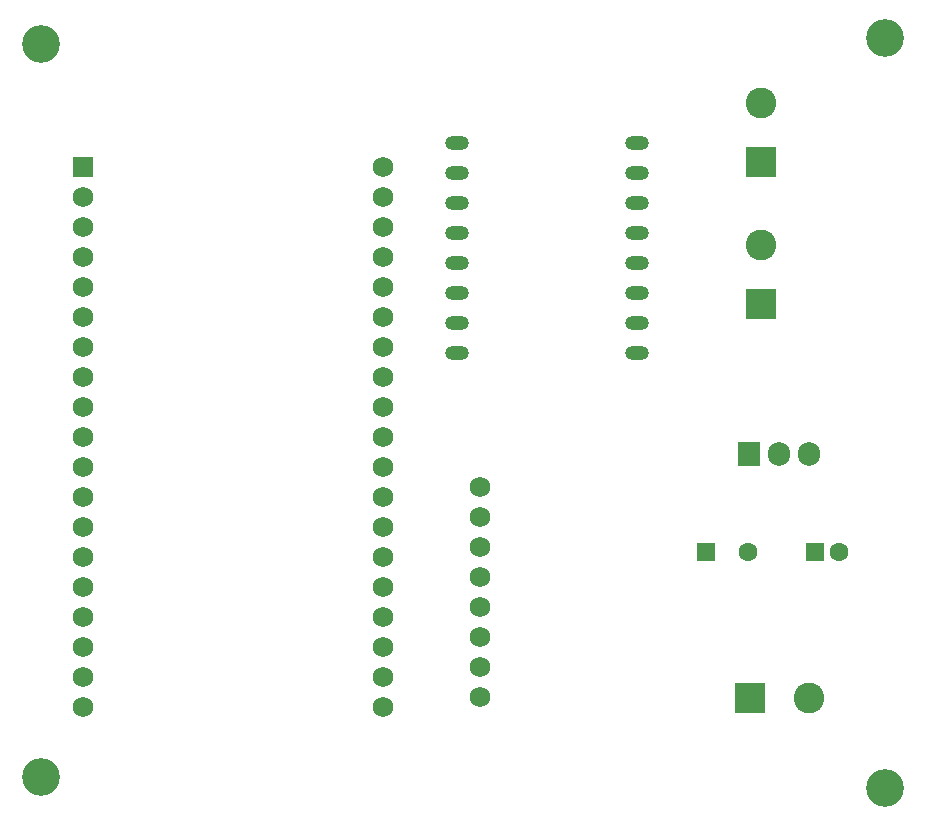
<source format=gbs>
%TF.GenerationSoftware,KiCad,Pcbnew,8.0.1*%
%TF.CreationDate,2024-04-26T22:18:18+02:00*%
%TF.ProjectId,Practica1,50726163-7469-4636-9131-2e6b69636164,rev?*%
%TF.SameCoordinates,Original*%
%TF.FileFunction,Soldermask,Bot*%
%TF.FilePolarity,Negative*%
%FSLAX46Y46*%
G04 Gerber Fmt 4.6, Leading zero omitted, Abs format (unit mm)*
G04 Created by KiCad (PCBNEW 8.0.1) date 2024-04-26 22:18:18*
%MOMM*%
%LPD*%
G01*
G04 APERTURE LIST*
G04 Aperture macros list*
%AMRoundRect*
0 Rectangle with rounded corners*
0 $1 Rounding radius*
0 $2 $3 $4 $5 $6 $7 $8 $9 X,Y pos of 4 corners*
0 Add a 4 corners polygon primitive as box body*
4,1,4,$2,$3,$4,$5,$6,$7,$8,$9,$2,$3,0*
0 Add four circle primitives for the rounded corners*
1,1,$1+$1,$2,$3*
1,1,$1+$1,$4,$5*
1,1,$1+$1,$6,$7*
1,1,$1+$1,$8,$9*
0 Add four rect primitives between the rounded corners*
20,1,$1+$1,$2,$3,$4,$5,0*
20,1,$1+$1,$4,$5,$6,$7,0*
20,1,$1+$1,$6,$7,$8,$9,0*
20,1,$1+$1,$8,$9,$2,$3,0*%
G04 Aperture macros list end*
%ADD10R,1.600000X1.600000*%
%ADD11C,1.600000*%
%ADD12R,2.600000X2.600000*%
%ADD13C,2.600000*%
%ADD14O,2.000000X1.200000*%
%ADD15RoundRect,0.102000X-0.765000X-0.765000X0.765000X-0.765000X0.765000X0.765000X-0.765000X0.765000X0*%
%ADD16C,1.734000*%
%ADD17C,3.200000*%
%ADD18R,1.905000X2.000000*%
%ADD19O,1.905000X2.000000*%
G04 APERTURE END LIST*
D10*
%TO.C,C4*%
X127044900Y-96500000D03*
D11*
X129044900Y-96500000D03*
%TD*%
D12*
%TO.C,J3*%
X122500000Y-75500000D03*
D13*
X122500000Y-70500000D03*
%TD*%
D14*
%TO.C,IC1*%
X96760000Y-61840000D03*
X96760000Y-64380000D03*
X96760000Y-66920000D03*
X96760000Y-69460000D03*
X96760000Y-72000000D03*
X96760000Y-74540000D03*
X96760000Y-77080000D03*
X96760000Y-79620000D03*
X112000000Y-79620000D03*
X112000000Y-77080000D03*
X112000000Y-74540000D03*
X112000000Y-72000000D03*
X112000000Y-69460000D03*
X112000000Y-66920000D03*
X112000000Y-64380000D03*
X112000000Y-61840000D03*
%TD*%
D12*
%TO.C,J1*%
X121500000Y-108805000D03*
D13*
X126500000Y-108805000D03*
%TD*%
D15*
%TO.C,U2*%
X65100000Y-63880000D03*
D16*
X65100000Y-66420000D03*
X65100000Y-68960000D03*
X65100000Y-71500000D03*
X65100000Y-74040000D03*
X65100000Y-76580000D03*
X65100000Y-79120000D03*
X65100000Y-81660000D03*
X65100000Y-84200000D03*
X65100000Y-86740000D03*
X65100000Y-89280000D03*
X65100000Y-91820000D03*
X65100000Y-94360000D03*
X65100000Y-96900000D03*
X65100000Y-99440000D03*
X65100000Y-101980000D03*
X65100000Y-104520000D03*
X65100000Y-107060000D03*
X65100000Y-109600000D03*
X90500000Y-109600000D03*
X90500000Y-107060000D03*
X90500000Y-104520000D03*
X90500000Y-101980000D03*
X90500000Y-99440000D03*
X90500000Y-96900000D03*
X90500000Y-94360000D03*
X90500000Y-91820000D03*
X90500000Y-89280000D03*
X90500000Y-86740000D03*
X90500000Y-84200000D03*
X90500000Y-81660000D03*
X90500000Y-79120000D03*
X90500000Y-76580000D03*
X90500000Y-74040000D03*
X90500000Y-71500000D03*
X90500000Y-68960000D03*
X90500000Y-66420000D03*
X90500000Y-63880000D03*
%TD*%
D17*
%TO.C,REF\u002A\u002A*%
X133000000Y-53000000D03*
%TD*%
D16*
%TO.C,U5*%
X98713500Y-91000000D03*
X98713500Y-93540000D03*
X98713500Y-96080000D03*
X98713500Y-98620000D03*
X98713500Y-101160000D03*
X98713500Y-103700000D03*
X98713500Y-106240000D03*
X98713500Y-108780000D03*
%TD*%
D18*
%TO.C,U4*%
X121420000Y-88195000D03*
D19*
X123960000Y-88195000D03*
X126500000Y-88195000D03*
%TD*%
D17*
%TO.C,REF\u002A\u002A*%
X61500000Y-115500000D03*
%TD*%
%TO.C,REF\u002A\u002A*%
X133000000Y-116500000D03*
%TD*%
D10*
%TO.C,C3*%
X117847300Y-96500000D03*
D11*
X121347300Y-96500000D03*
%TD*%
D17*
%TO.C,REF\u002A\u002A*%
X61500000Y-53500000D03*
%TD*%
D12*
%TO.C,J2*%
X122500000Y-63500000D03*
D13*
X122500000Y-58500000D03*
%TD*%
M02*

</source>
